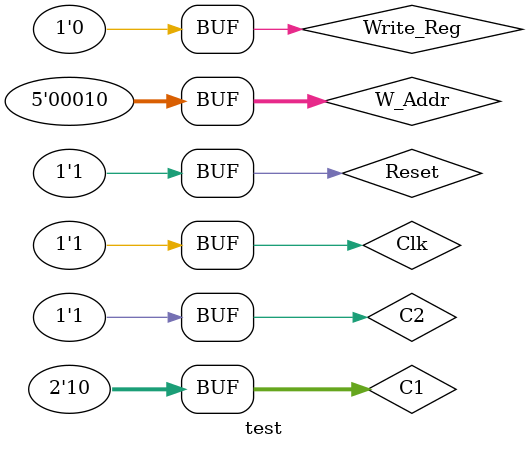
<source format=v>
`timescale 1ns / 1ps


module test;

	// Inputs
	reg [4:0] W_Addr;
	reg Write_Reg;
	reg Clk;
	reg Reset;
	reg [1:0] C1;
	reg C2;

	// Outputs
	wire [31:0] R_Data_A;
	wire [31:0] R_Data_B;
	wire [7:0] LED;

	// Instantiate the Unit Under Test (UUT)
	shiyan4 uut (
		.W_Addr(W_Addr), 
		.Write_Reg(Write_Reg), 
		.R_Data_A(R_Data_A), 
		.R_Data_B(R_Data_B), 
		.Clk(Clk), 
		.Reset(Reset), 
		.LED(LED), 
		.C1(C1), 
		.C2(C2)
	);

	initial begin
		// Initialize Inputs
		W_Addr = 0;
		Write_Reg = 0;
		Clk = 0;
		Reset = 0;
		C1 = 0;
		C2 = 0;

		// Wait 100 ns for global reset to finish
		#100;
        
		// Add stimulus here
		W_Addr = 5'b00001;;
		Write_Reg = 1;
		Clk = 1;
		Reset = 0;
		C1 = 0;
		C2 = 0;
		
		#100
		W_Addr = 1;
		Write_Reg = 1;
		Clk = 0;
		Reset = 0;
		C1 = 0;
		C2 = 0;
		
		#100
		W_Addr = 5'b00010;
		Write_Reg = 1;
		Clk = 1;
		Reset = 0;
		C1 = 2'b01;
		C2 = 1;
		
		#100
		W_Addr = 5'b00010; 
		Write_Reg = 0;
		Clk = 0;
		Reset = 0;
		C1 = 2'b01;
		C2 = 1;
		
		#100
		W_Addr = 5'b00010; 
		Write_Reg = 1;
		Clk = 1;
		Reset = 0;
		C1 = 2'b10;
		C2 = 1;
		
		#100
		W_Addr = 5'b00010; 
		Write_Reg = 1;
		Clk = 0;
		Reset = 0;
		C1 = 2'b10;
		C2 = 1;
		
		#100
		W_Addr = 5'b00010; 
		Write_Reg = 0;
		Clk = 1;
		Reset = 0;
		C1 = 2'b10;
		C2 = 1;
		
		#100
		W_Addr = 5'b00010; 
		Write_Reg = 0;
		Clk = 1;
		Reset = 1;
		C1 = 2'b10;
		C2 = 1;
	end
      
endmodule


</source>
